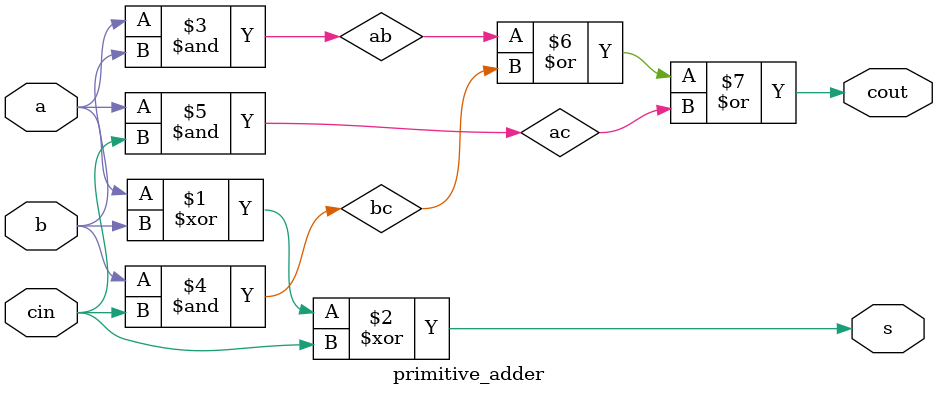
<source format=v>
module primitive_adder(
    input a,
    input b,
    input cin,
    output s,
    output cout
);


xor (s, a, b, cin);

wire ab, bc, ac;
and (ab, a, b);
and (bc, b, cin);
and (ac, a, cin);
or (cout, ab, bc, ac);

endmodule

</source>
